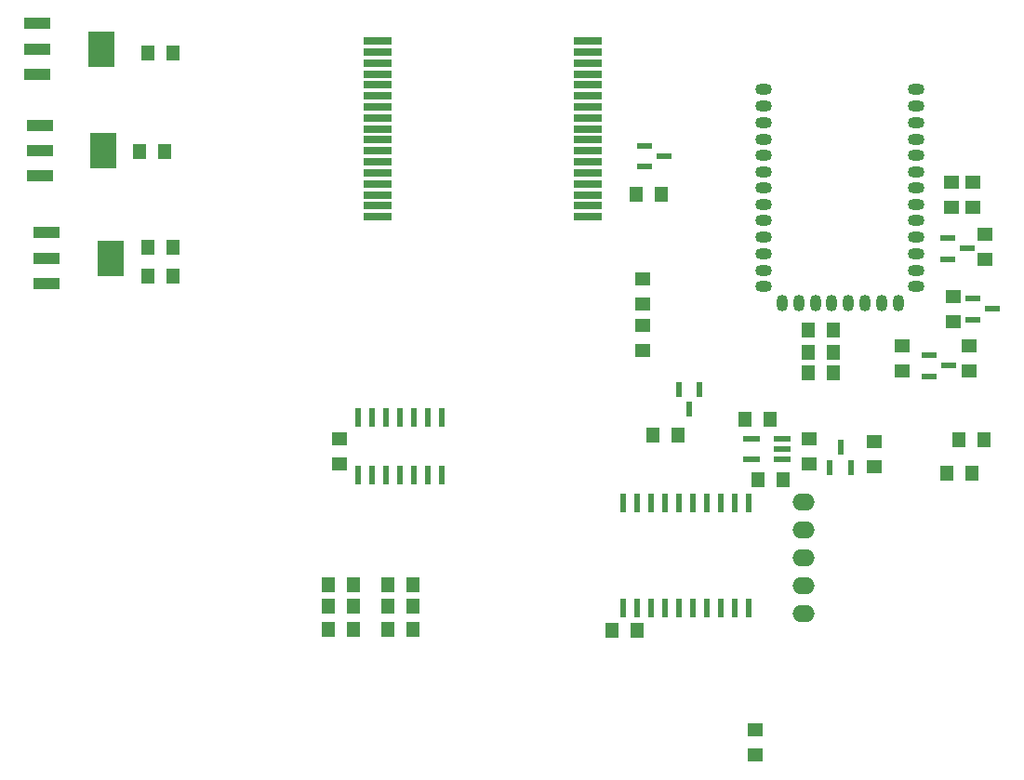
<source format=gbp>
G04*
G04 #@! TF.GenerationSoftware,Altium Limited,Altium Designer,18.1.6 (161)*
G04*
G04 Layer_Color=128*
%FSTAX24Y24*%
%MOIN*%
G70*
G01*
G75*
%ADD21R,0.0500X0.0550*%
%ADD22R,0.0550X0.0500*%
%ADD23O,0.0400X0.0600*%
%ADD24O,0.0600X0.0400*%
%ADD28R,0.0945X0.0394*%
%ADD29R,0.0945X0.1299*%
%ADD115O,0.0800X0.0600*%
%ADD116R,0.0520X0.0220*%
%ADD117R,0.0220X0.0520*%
%ADD118R,0.1000X0.0256*%
%ADD119R,0.0210X0.0670*%
%ADD120R,0.0210X0.0710*%
%ADD121R,0.0600X0.0210*%
D21*
X01962Y048D02*
D03*
X01872D02*
D03*
X04151Y03273D02*
D03*
X04061D02*
D03*
X03627Y02733D02*
D03*
X03537D02*
D03*
X04013Y03488D02*
D03*
X04103D02*
D03*
X048705Y034145D02*
D03*
X047805D02*
D03*
X01872Y04D02*
D03*
X01962D02*
D03*
X01872Y04104D02*
D03*
X01962D02*
D03*
X03773Y03432D02*
D03*
X03683D02*
D03*
X028221Y02896D02*
D03*
X027321D02*
D03*
X028221Y02817D02*
D03*
X027321D02*
D03*
X028221Y02736D02*
D03*
X027321D02*
D03*
X0252D02*
D03*
X0261D02*
D03*
X0252Y02817D02*
D03*
X0261D02*
D03*
X0252Y02896D02*
D03*
X0261D02*
D03*
X047355Y03296D02*
D03*
X048255D02*
D03*
X0433Y03654D02*
D03*
X0424D02*
D03*
X0433Y03808D02*
D03*
X0424D02*
D03*
X0433Y037295D02*
D03*
X0424D02*
D03*
X03714Y04296D02*
D03*
X03624D02*
D03*
X01842Y044487D02*
D03*
X01932D02*
D03*
D22*
X0256Y03328D02*
D03*
Y03418D02*
D03*
X0476Y03928D02*
D03*
Y03838D02*
D03*
X04872Y0406D02*
D03*
Y0415D02*
D03*
X036475Y03824D02*
D03*
Y03734D02*
D03*
Y03902D02*
D03*
Y03992D02*
D03*
X04576Y0375D02*
D03*
Y0366D02*
D03*
X04816Y03752D02*
D03*
Y03662D02*
D03*
X048305Y042475D02*
D03*
Y043375D02*
D03*
X04752Y04248D02*
D03*
Y04338D02*
D03*
X042417Y034189D02*
D03*
Y033289D02*
D03*
X04478Y034095D02*
D03*
Y033195D02*
D03*
X04051Y022865D02*
D03*
Y023765D02*
D03*
D23*
X045625Y03906D02*
D03*
X045025D02*
D03*
X044425D02*
D03*
X04384D02*
D03*
X04324D02*
D03*
X04265D02*
D03*
X04206D02*
D03*
X04147D02*
D03*
D24*
X04625Y03964D02*
D03*
Y04021D02*
D03*
Y04081D02*
D03*
Y04141D02*
D03*
Y042D02*
D03*
Y042595D02*
D03*
Y04317D02*
D03*
Y04376D02*
D03*
Y04436D02*
D03*
Y04493D02*
D03*
Y04553D02*
D03*
Y04613D02*
D03*
Y04672D02*
D03*
X04079Y03964D02*
D03*
Y04021D02*
D03*
Y04081D02*
D03*
Y04141D02*
D03*
Y042D02*
D03*
Y042595D02*
D03*
Y04317D02*
D03*
Y04376D02*
D03*
Y04436D02*
D03*
Y04493D02*
D03*
Y04553D02*
D03*
Y04613D02*
D03*
Y04672D02*
D03*
D28*
X014778Y049066D02*
D03*
Y04816D02*
D03*
Y047254D02*
D03*
X015098Y039754D02*
D03*
Y04066D02*
D03*
Y041566D02*
D03*
X014858Y0436D02*
D03*
Y044505D02*
D03*
Y045411D02*
D03*
D29*
X017062Y04816D02*
D03*
X017382Y04066D02*
D03*
X017142Y044505D02*
D03*
D115*
X04224Y02792D02*
D03*
Y02892D02*
D03*
Y02992D02*
D03*
Y03092D02*
D03*
Y03192D02*
D03*
D116*
X047439Y0368D02*
D03*
X046733Y037175D02*
D03*
Y036425D02*
D03*
X048094Y041D02*
D03*
X047388Y041375D02*
D03*
Y040625D02*
D03*
X048999Y038835D02*
D03*
X048293Y03921D02*
D03*
Y03846D02*
D03*
X037224Y04432D02*
D03*
X036518Y044695D02*
D03*
Y043945D02*
D03*
D117*
X038135Y035259D02*
D03*
X03851Y035965D02*
D03*
X03776D02*
D03*
X04355Y033869D02*
D03*
X043175Y033163D02*
D03*
X043925D02*
D03*
D118*
X026969Y048442D02*
D03*
Y048049D02*
D03*
Y047655D02*
D03*
Y047261D02*
D03*
Y046867D02*
D03*
Y046474D02*
D03*
Y04608D02*
D03*
Y045686D02*
D03*
Y045293D02*
D03*
Y044899D02*
D03*
Y044505D02*
D03*
Y044111D02*
D03*
Y043718D02*
D03*
Y043324D02*
D03*
Y04293D02*
D03*
Y042537D02*
D03*
Y042143D02*
D03*
X0345Y048442D02*
D03*
Y048049D02*
D03*
Y047655D02*
D03*
Y047261D02*
D03*
Y046867D02*
D03*
Y046474D02*
D03*
Y04608D02*
D03*
Y045686D02*
D03*
Y045293D02*
D03*
Y044899D02*
D03*
Y044505D02*
D03*
Y044111D02*
D03*
Y043718D02*
D03*
Y043324D02*
D03*
Y04293D02*
D03*
Y042537D02*
D03*
Y042143D02*
D03*
D119*
X026274Y032886D02*
D03*
X026774D02*
D03*
X027274D02*
D03*
X027774D02*
D03*
X028274D02*
D03*
X028774D02*
D03*
X029274D02*
D03*
Y034936D02*
D03*
X028774D02*
D03*
X028274D02*
D03*
X027774D02*
D03*
X027274D02*
D03*
X026774D02*
D03*
X026274D02*
D03*
D120*
X03575Y03188D02*
D03*
X03625D02*
D03*
X03675D02*
D03*
X03725D02*
D03*
X03775D02*
D03*
X03825D02*
D03*
X03875D02*
D03*
X03925D02*
D03*
X03975D02*
D03*
X04025D02*
D03*
Y02812D02*
D03*
X03975D02*
D03*
X03925D02*
D03*
X03875D02*
D03*
X03825D02*
D03*
X03775D02*
D03*
X03725D02*
D03*
X03675D02*
D03*
X03625D02*
D03*
X03575D02*
D03*
D121*
X041467Y034189D02*
D03*
Y033815D02*
D03*
Y033441D02*
D03*
X040373Y034189D02*
D03*
Y033441D02*
D03*
M02*

</source>
